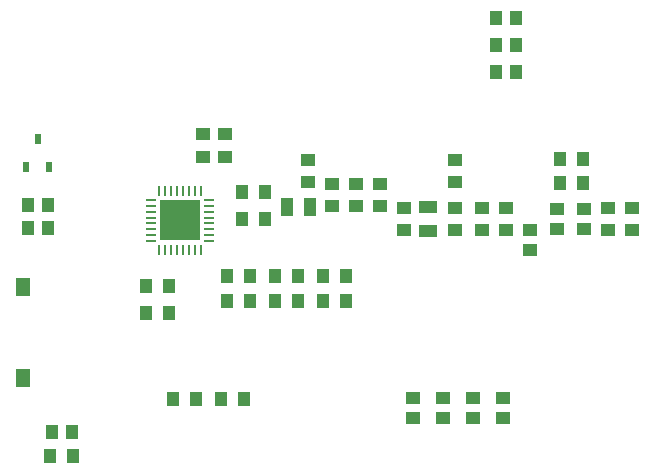
<source format=gtp>
G04 Layer_Color=8421504*
%FSLAX25Y25*%
%MOIN*%
G70*
G01*
G75*
%ADD10R,0.04724X0.05906*%
%ADD11R,0.04400X0.04500*%
%ADD12R,0.02362X0.03543*%
%ADD13R,0.04500X0.04400*%
%ADD14R,0.13583X0.13583*%
%ADD15R,0.01102X0.03347*%
%ADD16R,0.03347X0.01102*%
%ADD17R,0.06457X0.03937*%
%ADD18R,0.03937X0.06457*%
D10*
X10000Y75157D02*
D03*
Y44842D02*
D03*
D11*
X19700Y27000D02*
D03*
X26300D02*
D03*
X19200Y19000D02*
D03*
X26800D02*
D03*
X18300Y102500D02*
D03*
X11700D02*
D03*
Y95000D02*
D03*
X18300D02*
D03*
X76200Y38000D02*
D03*
X83800D02*
D03*
X67800D02*
D03*
X60200D02*
D03*
X51200Y66500D02*
D03*
X58800D02*
D03*
X51200Y75500D02*
D03*
X58800D02*
D03*
X85800Y70500D02*
D03*
X78200D02*
D03*
X85800Y79000D02*
D03*
X78200D02*
D03*
X101800Y70500D02*
D03*
X94200D02*
D03*
X101800Y79000D02*
D03*
X94200D02*
D03*
X117800Y70500D02*
D03*
X110200D02*
D03*
X117800Y79000D02*
D03*
X110200D02*
D03*
X83200Y107000D02*
D03*
X90800D02*
D03*
X83200Y98000D02*
D03*
X90800D02*
D03*
X189200Y110000D02*
D03*
X196800D02*
D03*
X189200Y118000D02*
D03*
X196800D02*
D03*
X174300Y165000D02*
D03*
X167700D02*
D03*
X174300Y156000D02*
D03*
X167700D02*
D03*
Y147000D02*
D03*
X174300D02*
D03*
D12*
X11260Y115472D02*
D03*
X18740D02*
D03*
X15000Y124528D02*
D03*
D13*
X154000Y101800D02*
D03*
Y94200D02*
D03*
X129000Y109800D02*
D03*
Y102200D02*
D03*
X121000Y109800D02*
D03*
Y102200D02*
D03*
X113000Y109800D02*
D03*
Y102200D02*
D03*
X171000Y101800D02*
D03*
Y94200D02*
D03*
X163000Y101800D02*
D03*
Y94200D02*
D03*
X137000Y101800D02*
D03*
Y94200D02*
D03*
X105000Y117800D02*
D03*
Y110200D02*
D03*
X213000Y101800D02*
D03*
Y94200D02*
D03*
X205000Y101800D02*
D03*
Y94200D02*
D03*
X154000Y117800D02*
D03*
Y110200D02*
D03*
X77500Y126300D02*
D03*
Y118700D02*
D03*
X70000Y126300D02*
D03*
Y118700D02*
D03*
X170000Y38300D02*
D03*
Y31700D02*
D03*
X140000D02*
D03*
Y38300D02*
D03*
X150000Y31700D02*
D03*
Y38300D02*
D03*
X160000Y31700D02*
D03*
Y38300D02*
D03*
X197000Y101300D02*
D03*
Y94700D02*
D03*
X188000D02*
D03*
Y101300D02*
D03*
X179000Y94300D02*
D03*
Y87700D02*
D03*
D14*
X62500Y97500D02*
D03*
D15*
X69390Y87756D02*
D03*
X67421D02*
D03*
X65453D02*
D03*
X63484D02*
D03*
X61516D02*
D03*
X59547D02*
D03*
X57579D02*
D03*
X55610D02*
D03*
Y107244D02*
D03*
X57579D02*
D03*
X59547D02*
D03*
X61516D02*
D03*
X63484D02*
D03*
X65453D02*
D03*
X67421D02*
D03*
X69390D02*
D03*
D16*
X52756Y90610D02*
D03*
Y92579D02*
D03*
Y94547D02*
D03*
Y96516D02*
D03*
Y98484D02*
D03*
Y100453D02*
D03*
Y102421D02*
D03*
Y104390D02*
D03*
X72244D02*
D03*
Y102421D02*
D03*
Y100453D02*
D03*
Y98484D02*
D03*
Y96516D02*
D03*
Y94547D02*
D03*
Y92579D02*
D03*
Y90610D02*
D03*
D17*
X145000Y101858D02*
D03*
Y94142D02*
D03*
D18*
X98142Y102000D02*
D03*
X105858D02*
D03*
M02*

</source>
